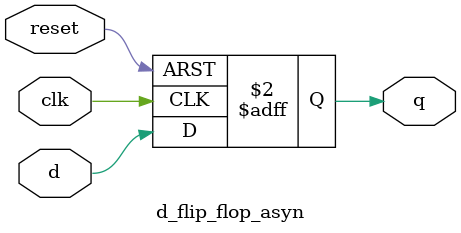
<source format=v>
`timescale 1ns / 1ps


module d_flip_flop_asyn(d, clk, reset, q);

input d, clk, reset;
output reg q;

always@(posedge clk or posedge reset)
    if(reset)
        q = 0;
    else
        q = d;
endmodule

</source>
